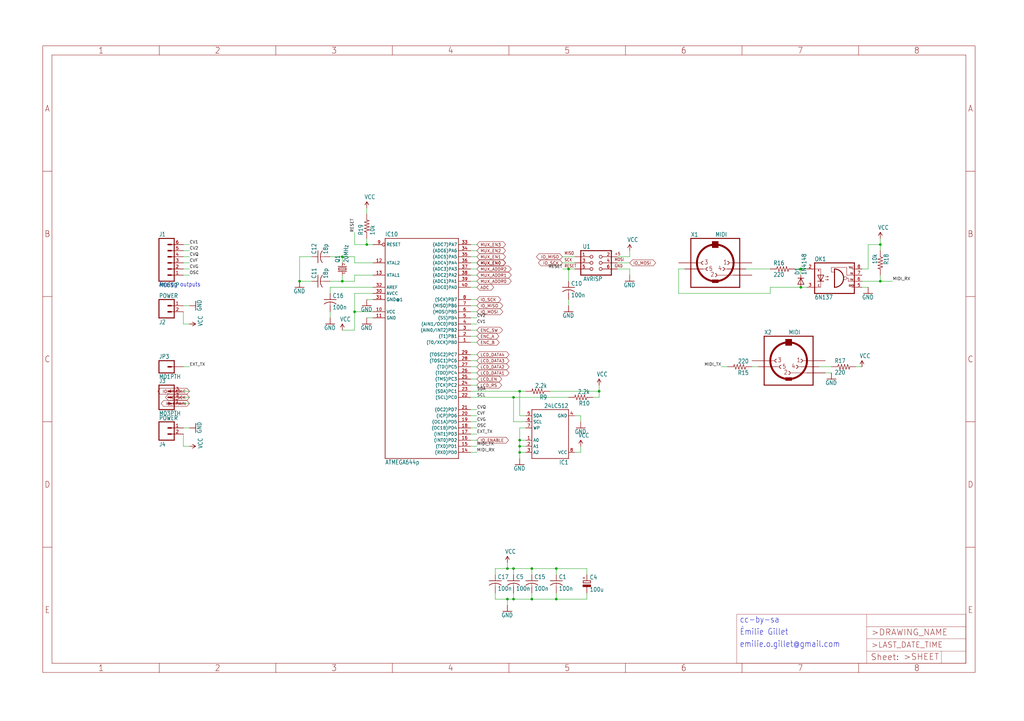
<source format=kicad_sch>
(kicad_sch (version 20211123) (generator eeschema)
  (paper "User" 425.45 299.593)
  (lib_symbols
    (symbol "Shruthi-Digital-XT-v03-eagle-import:6N137"
      (property "Reference" "OK" (at -9.525 8.255 0))
      (property "Value" "6N137" (at -9.525 -7.62 0))
      (symbol "6N137_1_0"
        (text "A" (at -8.255 4.064 0) (effects (font (size 0.8128 0.6908)) (justify left bottom)))
        (text "C" (at -8.255 -2.286 0) (effects (font (size 0.8128 0.6908)) (justify left bottom)))
        (text "GND" (at 4.572 -2.286 0) (effects (font (size 0.8128 0.6908)) (justify left bottom)))
        (text "Vcc" (at 4.572 5.334 0) (effects (font (size 0.8128 0.6908)) (justify left bottom)))
        (text "Ve" (at 5.207 2.794 0) (effects (font (size 0.8128 0.6908)) (justify left bottom)))
        (text "Vo" (at 5.207 0.254 0) (effects (font (size 0.8128 0.6908)) (justify left bottom)))
        (pin passive line (at -12.7 5.08 0) (length 2.54) (name "A") (number "2"))
        (pin passive line (at -12.7 -2.54 0) (length 2.54) (name "C") (number "3"))
        (pin passive line (at 10.16 -2.54 180) (length 2.54) (name "GND") (number "5"))
        (pin passive line (at 10.16 0 180) (length 2.54) (name "VO") (number "6"))
        (pin passive line (at 10.16 2.54 180) (length 2.54) (name "VE") (number "7"))
        (pin passive line (at 10.16 5.08 180) (length 2.54) (name "VCC") (number "8"))
      )
    )
    (symbol "Shruthi-Digital-XT-v03-eagle-import:A3L-LOC"
      (symbol "A3L-LOC_0_0"
        (text "1" (at 24.2094 1.905 0) (effects (font (size 2.54 2.286))))
        (text "1" (at 24.2094 258.445 0) (effects (font (size 2.54 2.286))))
        (text "2" (at 72.6281 1.905 0) (effects (font (size 2.54 2.286))))
        (text "2" (at 72.6281 258.445 0) (effects (font (size 2.54 2.286))))
        (text "3" (at 121.0469 1.905 0) (effects (font (size 2.54 2.286))))
        (text "3" (at 121.0469 258.445 0) (effects (font (size 2.54 2.286))))
        (text "4" (at 169.4656 1.905 0) (effects (font (size 2.54 2.286))))
        (text "4" (at 169.4656 258.445 0) (effects (font (size 2.54 2.286))))
        (text "5" (at 217.8844 1.905 0) (effects (font (size 2.54 2.286))))
        (text "5" (at 217.8844 258.445 0) (effects (font (size 2.54 2.286))))
        (text "6" (at 266.3031 1.905 0) (effects (font (size 2.54 2.286))))
        (text "6" (at 266.3031 258.445 0) (effects (font (size 2.54 2.286))))
        (text "7" (at 314.7219 1.905 0) (effects (font (size 2.54 2.286))))
        (text "7" (at 314.7219 258.445 0) (effects (font (size 2.54 2.286))))
        (text "8" (at 363.1406 1.905 0) (effects (font (size 2.54 2.286))))
        (text "8" (at 363.1406 258.445 0) (effects (font (size 2.54 2.286))))
        (text "A" (at 1.905 234.315 0) (effects (font (size 2.54 2.286))))
        (text "A" (at 385.445 234.315 0) (effects (font (size 2.54 2.286))))
        (text "B" (at 1.905 182.245 0) (effects (font (size 2.54 2.286))))
        (text "B" (at 385.445 182.245 0) (effects (font (size 2.54 2.286))))
        (text "C" (at 1.905 130.175 0) (effects (font (size 2.54 2.286))))
        (text "C" (at 385.445 130.175 0) (effects (font (size 2.54 2.286))))
        (text "D" (at 1.905 78.105 0) (effects (font (size 2.54 2.286))))
        (text "D" (at 385.445 78.105 0) (effects (font (size 2.54 2.286))))
        (text "E" (at 1.905 26.035 0) (effects (font (size 2.54 2.286))))
        (text "E" (at 385.445 26.035 0) (effects (font (size 2.54 2.286))))
      )
      (symbol "A3L-LOC_1_0"
        (text ">DRAWING_NAME" (at 344.17 15.24 0) (effects (font (size 2.54 2.54)) (justify left bottom)))
        (text ">LAST_DATE_TIME" (at 344.17 10.16 0) (effects (font (size 2.286 2.286)) (justify left bottom)))
        (text ">SHEET" (at 357.505 5.08 0) (effects (font (size 2.54 2.54)) (justify left bottom)))
        (text "Sheet:" (at 343.916 4.953 0) (effects (font (size 2.54 2.54)) (justify left bottom)))
      )
    )
    (symbol "Shruthi-Digital-XT-v03-eagle-import:AT24CP"
      (property "Reference" "IC" (at -7.62 10.795 0))
      (property "Value" "AT24CP" (at -7.62 -12.7 0))
      (symbol "AT24CP_1_0"
        (pin input line (at 10.16 2.54 180) (length 2.54) (name "A0") (number "1"))
        (pin input line (at 10.16 5.08 180) (length 2.54) (name "A1") (number "2"))
        (pin input line (at 10.16 7.62 180) (length 2.54) (name "A2") (number "3"))
        (pin power_in line (at -10.16 -7.62 0) (length 2.54) (name "GND") (number "4"))
        (pin bidirectional line (at 10.16 -7.62 180) (length 2.54) (name "SDA") (number "5"))
        (pin bidirectional line (at 10.16 -5.08 180) (length 2.54) (name "SCL") (number "6"))
        (pin input line (at 10.16 -2.54 180) (length 2.54) (name "WP") (number "7"))
        (pin power_in line (at -10.16 7.62 0) (length 2.54) (name "VCC") (number "8"))
      )
    )
    (symbol "Shruthi-Digital-XT-v03-eagle-import:AVR_SPI_PRG_6PTH"
      (property "Value" "AVR_SPI_PRG_6PTH" (at -4.064 -7.62 0))
      (symbol "AVR_SPI_PRG_6PTH_1_0"
        (text "+5" (at 8.89 3.048 0) (effects (font (size 1.27 1.0795)) (justify left bottom)))
        (text "GND" (at 8.89 -2.032 0) (effects (font (size 1.27 1.0795)) (justify left bottom)))
        (text "MISO" (at -11.938 3.302 0) (effects (font (size 1.27 1.0795)) (justify left bottom)))
        (text "MOSI" (at 8.89 0.635 0) (effects (font (size 1.27 1.0795)) (justify left bottom)))
        (text "RESET" (at -11.938 -2.032 0) (effects (font (size 1.27 1.0795)) (justify left bottom)))
        (text "SCK" (at -11.938 0.508 0) (effects (font (size 1.27 1.0795)) (justify left bottom)))
        (pin passive inverted (at -7.62 2.54 0) (length 7.62) (name "1") (number "1"))
        (pin passive inverted (at 10.16 2.54 180) (length 7.62) (name "2") (number "2"))
        (pin passive inverted (at -7.62 0 0) (length 7.62) (name "3") (number "3"))
        (pin passive inverted (at 10.16 0 180) (length 7.62) (name "4") (number "4"))
        (pin passive inverted (at -7.62 -2.54 0) (length 7.62) (name "5") (number "5"))
        (pin passive inverted (at 10.16 -2.54 180) (length 7.62) (name "6") (number "6"))
      )
    )
    (symbol "Shruthi-Digital-XT-v03-eagle-import:C-US025-024X044"
      (property "Reference" "C" (at 1.016 0.635 0))
      (property "Value" "C-US025-024X044" (at 1.016 -4.191 0))
      (symbol "C-US025-024X044_1_0"
        (pin passive line (at 0 2.54 270) (length 2.54) (name "1") (number "1"))
        (pin passive line (at 0 -5.08 90) (length 2.54) (name "2") (number "2"))
      )
    )
    (symbol "Shruthi-Digital-XT-v03-eagle-import:CPOL-EUE2.5-7"
      (property "Reference" "C" (at 1.143 0.4826 0))
      (property "Value" "CPOL-EUE2.5-7" (at 1.143 -4.5974 0))
      (symbol "CPOL-EUE2.5-7_1_0"
        (text "+" (at -0.5842 0.4064 900) (effects (font (size 1.27 1.0795)) (justify left bottom)))
        (pin passive line (at 0 2.54 270) (length 2.54) (name "+") (number "+"))
        (pin passive line (at 0 -5.08 90) (length 2.54) (name "-") (number "-"))
      )
    )
    (symbol "Shruthi-Digital-XT-v03-eagle-import:CRYSTALHC49U-V"
      (property "Reference" "Q" (at 2.54 1.016 0))
      (property "Value" "CRYSTALHC49U-V" (at 2.54 -2.54 0))
      (symbol "CRYSTALHC49U-V_1_0"
        (text "1" (at -2.159 -1.143 0) (effects (font (size 0.8636 0.734)) (justify left bottom)))
        (text "2" (at 1.524 -1.143 0) (effects (font (size 0.8636 0.734)) (justify left bottom)))
        (pin passive line (at -2.54 0 0) (length 0) (name "1") (number "1"))
        (pin passive line (at 2.54 0 180) (length 0) (name "2") (number "2"))
      )
    )
    (symbol "Shruthi-Digital-XT-v03-eagle-import:DIODE-D-5"
      (property "Reference" "D" (at 2.54 0.4826 0))
      (property "Value" "DIODE-D-5" (at 2.54 -2.3114 0))
      (symbol "DIODE-D-5_1_0"
        (pin passive line (at -2.54 0 0) (length 2.54) (name "A") (number "A"))
        (pin passive line (at 2.54 0 180) (length 2.54) (name "C") (number "C"))
      )
    )
    (symbol "Shruthi-Digital-XT-v03-eagle-import:GND" (power)
      (property "Value" "GND" (at -2.54 -2.54 0))
      (symbol "GND_1_0"
        (pin power_in line (at 0 2.54 270) (length 2.54) (name "GND") (number "1"))
      )
    )
    (symbol "Shruthi-Digital-XT-v03-eagle-import:M01PTH"
      (property "Reference" "JP" (at -2.54 3.302 0))
      (property "Value" "M01PTH" (at -2.54 -5.08 0))
      (symbol "M01PTH_1_0"
        (pin passive line (at 7.62 0 180) (length 5.08) (name "1") (number "1"))
      )
    )
    (symbol "Shruthi-Digital-XT-v03-eagle-import:M02PTH"
      (property "Reference" "JP" (at -2.54 5.842 0))
      (property "Value" "M02PTH" (at -2.54 -5.08 0))
      (symbol "M02PTH_1_0"
        (pin passive line (at 7.62 0 180) (length 5.08) (name "1") (number "1"))
        (pin passive line (at 7.62 2.54 180) (length 5.08) (name "2") (number "2"))
      )
    )
    (symbol "Shruthi-Digital-XT-v03-eagle-import:M03PTH"
      (property "Reference" "JP" (at -2.54 5.842 0))
      (property "Value" "M03PTH" (at -2.54 -7.62 0))
      (symbol "M03PTH_1_0"
        (pin passive line (at 7.62 -2.54 180) (length 5.08) (name "1") (number "1"))
        (pin passive line (at 7.62 0 180) (length 5.08) (name "2") (number "2"))
        (pin passive line (at 7.62 2.54 180) (length 5.08) (name "3") (number "3"))
      )
    )
    (symbol "Shruthi-Digital-XT-v03-eagle-import:M06SIP"
      (property "Reference" "JP" (at -5.08 10.922 0))
      (property "Value" "M06SIP" (at -5.08 -10.16 0))
      (symbol "M06SIP_1_0"
        (pin passive line (at 5.08 -5.08 180) (length 5.08) (name "1") (number "1"))
        (pin passive line (at 5.08 -2.54 180) (length 5.08) (name "2") (number "2"))
        (pin passive line (at 5.08 0 180) (length 5.08) (name "3") (number "3"))
        (pin passive line (at 5.08 2.54 180) (length 5.08) (name "4") (number "4"))
        (pin passive line (at 5.08 5.08 180) (length 5.08) (name "5") (number "5"))
        (pin passive line (at 5.08 7.62 180) (length 5.08) (name "6") (number "6"))
      )
    )
    (symbol "Shruthi-Digital-XT-v03-eagle-import:MAB5SH"
      (property "Reference" "X" (at -10.16 10.795 0))
      (property "Value" "MAB5SH" (at 0 10.795 0))
      (symbol "MAB5SH_1_0"
        (text "1" (at 3.302 -0.762 0) (effects (font (size 1.778 1.5113)) (justify left bottom)))
        (text "2" (at -2.032 -5.842 0) (effects (font (size 1.778 1.5113)) (justify left bottom)))
        (text "3" (at -4.572 -0.762 0) (effects (font (size 1.778 1.5113)) (justify left bottom)))
        (text "4" (at 1.143 -3.302 0) (effects (font (size 1.778 1.5113)) (justify left bottom)))
        (text "5" (at -2.667 -3.429 0) (effects (font (size 1.778 1.5113)) (justify left bottom)))
        (pin passive line (at 15.24 0 180) (length 7.62) (name "1") (number "1"))
        (pin passive line (at 15.24 -5.08 180) (length 7.62) (name "2") (number "2"))
        (pin passive line (at -15.24 0 0) (length 7.62) (name "3") (number "3"))
        (pin passive line (at 12.7 -2.54 180) (length 7.62) (name "4") (number "4"))
        (pin passive line (at -12.7 -2.54 0) (length 7.62) (name "5") (number "5"))
      )
    )
    (symbol "Shruthi-Digital-XT-v03-eagle-import:MEGA16-P"
      (property "Reference" "IC" (at -15.24 43.942 0))
      (property "Value" "MEGA16-P" (at -15.24 -50.8 0))
      (symbol "MEGA16-P_1_0"
        (pin bidirectional line (at 20.32 0 180) (length 5.08) (name "(T0/XCK)PB0") (number "1"))
        (pin power_in line (at -20.32 12.7 0) (length 5.08) (name "VCC") (number "10"))
        (pin power_in line (at -20.32 10.16 0) (length 5.08) (name "GND") (number "11"))
        (pin bidirectional line (at -20.32 33.02 0) (length 5.08) (name "XTAL2") (number "12"))
        (pin bidirectional line (at -20.32 27.94 0) (length 5.08) (name "XTAL1") (number "13"))
        (pin bidirectional line (at 20.32 -45.72 180) (length 5.08) (name "(RXD)PD0") (number "14"))
        (pin bidirectional line (at 20.32 -43.18 180) (length 5.08) (name "(TXD)PD1") (number "15"))
        (pin bidirectional line (at 20.32 -40.64 180) (length 5.08) (name "(INT0)PD2") (number "16"))
        (pin bidirectional line (at 20.32 -38.1 180) (length 5.08) (name "(INT1)PD3") (number "17"))
        (pin bidirectional line (at 20.32 -35.56 180) (length 5.08) (name "(OC1B)PD4") (number "18"))
        (pin bidirectional line (at 20.32 -33.02 180) (length 5.08) (name "(OC1A)PD5") (number "19"))
        (pin bidirectional line (at 20.32 2.54 180) (length 5.08) (name "(T1)PB1") (number "2"))
        (pin bidirectional line (at 20.32 -30.48 180) (length 5.08) (name "(ICP)PD6") (number "20"))
        (pin bidirectional line (at 20.32 -27.94 180) (length 5.08) (name "(OC2)PD7") (number "21"))
        (pin bidirectional line (at 20.32 -22.86 180) (length 5.08) (name "(SCL)PC0") (number "22"))
        (pin bidirectional line (at 20.32 -20.32 180) (length 5.08) (name "(SDA)PC1") (number "23"))
        (pin bidirectional line (at 20.32 -17.78 180) (length 5.08) (name "(TCK)PC2") (number "24"))
        (pin bidirectional line (at 20.32 -15.24 180) (length 5.08) (name "(TMS)PC3") (number "25"))
        (pin bidirectional line (at 20.32 -12.7 180) (length 5.08) (name "(TDO)PC4") (number "26"))
        (pin bidirectional line (at 20.32 -10.16 180) (length 5.08) (name "(TDI)PC5") (number "27"))
        (pin bidirectional line (at 20.32 -7.62 180) (length 5.08) (name "(TOSC1)PC6") (number "28"))
        (pin bidirectional line (at 20.32 -5.08 180) (length 5.08) (name "(TOSC2)PC7") (number "29"))
        (pin bidirectional line (at 20.32 5.08 180) (length 5.08) (name "(AIN0/INT2)PB2") (number "3"))
        (pin power_in line (at -20.32 20.32 0) (length 5.08) (name "AVCC") (number "30"))
        (pin power_in line (at -20.32 17.78 0) (length 5.08) (name "GND@1") (number "31"))
        (pin passive line (at -20.32 22.86 0) (length 5.08) (name "AREF") (number "32"))
        (pin bidirectional line (at 20.32 40.64 180) (length 5.08) (name "(ADC7)PA7") (number "33"))
        (pin bidirectional line (at 20.32 38.1 180) (length 5.08) (name "(ADC6)PA6") (number "34"))
        (pin bidirectional line (at 20.32 35.56 180) (length 5.08) (name "(ADC5)PA5") (number "35"))
        (pin bidirectional line (at 20.32 33.02 180) (length 5.08) (name "(ADC4)PA4") (number "36"))
        (pin bidirectional line (at 20.32 30.48 180) (length 5.08) (name "(ADC3)PA3") (number "37"))
        (pin bidirectional line (at 20.32 27.94 180) (length 5.08) (name "(ADC2)PA2") (number "38"))
        (pin bidirectional line (at 20.32 25.4 180) (length 5.08) (name "(ADC1)PA1") (number "39"))
        (pin bidirectional line (at 20.32 7.62 180) (length 5.08) (name "(AIN1/OC0)PB3") (number "4"))
        (pin bidirectional line (at 20.32 22.86 180) (length 5.08) (name "(ADC0)PA0") (number "40"))
        (pin bidirectional line (at 20.32 10.16 180) (length 5.08) (name "(SS)PB4") (number "5"))
        (pin bidirectional line (at 20.32 12.7 180) (length 5.08) (name "(MOSI)PB5") (number "6"))
        (pin bidirectional line (at 20.32 15.24 180) (length 5.08) (name "(MISO)PB6") (number "7"))
        (pin bidirectional line (at 20.32 17.78 180) (length 5.08) (name "(SCK)PB7") (number "8"))
        (pin input inverted (at -20.32 40.64 0) (length 5.08) (name "RESET") (number "9"))
      )
    )
    (symbol "Shruthi-Digital-XT-v03-eagle-import:R-US_0204{slash}7"
      (property "Reference" "R" (at -3.81 1.4986 0))
      (property "Value" "R-US_0204{slash}7" (at -3.81 -3.302 0))
      (symbol "R-US_0204{slash}7_1_0"
        (pin passive line (at -5.08 0 0) (length 2.54) (name "1") (number "1"))
        (pin passive line (at 5.08 0 180) (length 2.54) (name "2") (number "2"))
      )
    )
    (symbol "Shruthi-Digital-XT-v03-eagle-import:VCC" (power)
      (property "Value" "VCC" (at -1.016 3.556 0))
      (symbol "VCC_1_0"
        (pin power_in line (at 0 0 90) (length 2.54) (name "VCC") (number "1"))
      )
    )
  )
  (junction (at 213.36 248.92))
  (junction (at 332.74 111.76))
  (junction (at 215.9 162.56))
  (junction (at 236.22 111.76))
  (junction (at 147.32 129.54))
  (junction (at 152.4 101.6))
  (junction (at 213.36 165.1))
  (junction (at 215.9 185.42))
  (junction (at 248.92 162.56))
  (junction (at 215.9 187.96))
  (junction (at 142.24 116.84))
  (junction (at 210.82 236.22))
  (junction (at 231.14 236.22))
  (junction (at 231.14 248.92))
  (junction (at 365.76 116.84))
  (junction (at 142.24 106.68))
  (junction (at 215.9 182.88))
  (junction (at 220.98 248.92))
  (junction (at 332.74 119.38))
  (junction (at 210.82 248.92))
  (junction (at 365.76 101.6))
  (junction (at 213.36 236.22))
  (junction (at 124.46 116.84))
  (junction (at 220.98 236.22))
  (wire (pts (xy 261.62 106.68) (xy 261.62 104.14)))
  (wire (pts (xy 76.2 111.76) (xy 78.74 111.76)))
  (wire (pts (xy 332.74 114.3) (xy 332.74 111.76)))
  (wire (pts (xy 358.14 116.84) (xy 365.76 116.84)))
  (wire (pts (xy 198.12 149.86) (xy 195.58 149.86)))
  (wire (pts (xy 205.74 248.92) (xy 210.82 248.92)))
  (wire (pts (xy 76.2 165.1) (xy 78.74 165.1)))
  (wire (pts (xy 152.4 132.08) (xy 154.94 132.08)))
  (wire (pts (xy 195.58 104.14) (xy 198.12 104.14)))
  (wire (pts (xy 198.12 160.02) (xy 195.58 160.02)))
  (wire (pts (xy 76.2 104.14) (xy 78.74 104.14)))
  (wire (pts (xy 314.96 152.4) (xy 312.42 152.4)))
  (wire (pts (xy 129.54 116.84) (xy 124.46 116.84)))
  (wire (pts (xy 358.14 119.38) (xy 360.68 119.38)))
  (wire (pts (xy 137.16 119.38) (xy 154.94 119.38)))
  (wire (pts (xy 195.58 106.68) (xy 198.12 106.68)))
  (wire (pts (xy 76.2 127) (xy 78.74 127)))
  (wire (pts (xy 195.58 139.7) (xy 198.12 139.7)))
  (wire (pts (xy 195.58 119.38) (xy 198.12 119.38)))
  (wire (pts (xy 248.92 165.1) (xy 248.92 162.56)))
  (wire (pts (xy 195.58 187.96) (xy 198.12 187.96)))
  (wire (pts (xy 147.32 116.84) (xy 147.32 114.3)))
  (wire (pts (xy 195.58 116.84) (xy 198.12 116.84)))
  (wire (pts (xy 195.58 124.46) (xy 198.12 124.46)))
  (wire (pts (xy 205.74 236.22) (xy 210.82 236.22)))
  (wire (pts (xy 243.84 248.92) (xy 243.84 246.38)))
  (wire (pts (xy 256.54 109.22) (xy 261.62 109.22)))
  (wire (pts (xy 210.82 248.92) (xy 210.82 251.46)))
  (wire (pts (xy 195.58 185.42) (xy 198.12 185.42)))
  (wire (pts (xy 195.58 114.3) (xy 198.12 114.3)))
  (wire (pts (xy 124.46 116.84) (xy 124.46 106.68)))
  (wire (pts (xy 76.2 185.42) (xy 78.74 185.42)))
  (wire (pts (xy 147.32 121.92) (xy 147.32 129.54)))
  (wire (pts (xy 195.58 129.54) (xy 198.12 129.54)))
  (wire (pts (xy 302.26 152.4) (xy 299.72 152.4)))
  (wire (pts (xy 241.3 187.96) (xy 241.3 185.42)))
  (wire (pts (xy 215.9 162.56) (xy 218.44 162.56)))
  (wire (pts (xy 195.58 157.48) (xy 198.12 157.48)))
  (wire (pts (xy 236.22 111.76) (xy 236.22 116.84)))
  (wire (pts (xy 215.9 182.88) (xy 215.9 185.42)))
  (wire (pts (xy 332.74 111.76) (xy 335.28 111.76)))
  (wire (pts (xy 195.58 137.16) (xy 198.12 137.16)))
  (wire (pts (xy 256.54 111.76) (xy 261.62 111.76)))
  (wire (pts (xy 76.2 180.34) (xy 76.2 185.42)))
  (wire (pts (xy 236.22 111.76) (xy 233.68 111.76)))
  (wire (pts (xy 147.32 109.22) (xy 147.32 106.68)))
  (wire (pts (xy 142.24 106.68) (xy 142.24 109.22)))
  (wire (pts (xy 137.16 129.54) (xy 137.16 132.08)))
  (wire (pts (xy 248.92 162.56) (xy 248.92 160.02)))
  (wire (pts (xy 355.6 152.4) (xy 358.14 152.4)))
  (wire (pts (xy 195.58 134.62) (xy 198.12 134.62)))
  (wire (pts (xy 198.12 152.4) (xy 195.58 152.4)))
  (wire (pts (xy 154.94 129.54) (xy 147.32 129.54)))
  (wire (pts (xy 195.58 111.76) (xy 198.12 111.76)))
  (wire (pts (xy 147.32 137.16) (xy 142.24 137.16)))
  (wire (pts (xy 365.76 116.84) (xy 370.84 116.84)))
  (wire (pts (xy 198.12 127) (xy 195.58 127)))
  (wire (pts (xy 195.58 170.18) (xy 198.12 170.18)))
  (wire (pts (xy 129.54 106.68) (xy 124.46 106.68)))
  (wire (pts (xy 205.74 246.38) (xy 205.74 248.92)))
  (wire (pts (xy 195.58 182.88) (xy 198.12 182.88)))
  (wire (pts (xy 205.74 238.76) (xy 205.74 236.22)))
  (wire (pts (xy 228.6 162.56) (xy 248.92 162.56)))
  (wire (pts (xy 195.58 177.8) (xy 198.12 177.8)))
  (wire (pts (xy 220.98 248.92) (xy 231.14 248.92)))
  (wire (pts (xy 340.36 152.4) (xy 345.44 152.4)))
  (wire (pts (xy 152.4 101.6) (xy 152.4 99.06)))
  (wire (pts (xy 137.16 106.68) (xy 142.24 106.68)))
  (wire (pts (xy 210.82 236.22) (xy 210.82 233.68)))
  (wire (pts (xy 238.76 109.22) (xy 233.68 109.22)))
  (wire (pts (xy 213.36 236.22) (xy 213.36 238.76)))
  (wire (pts (xy 152.4 86.36) (xy 152.4 88.9)))
  (wire (pts (xy 195.58 101.6) (xy 198.12 101.6)))
  (wire (pts (xy 76.2 177.8) (xy 78.74 177.8)))
  (wire (pts (xy 76.2 109.22) (xy 78.74 109.22)))
  (wire (pts (xy 147.32 114.3) (xy 154.94 114.3)))
  (wire (pts (xy 154.94 101.6) (xy 152.4 101.6)))
  (wire (pts (xy 154.94 109.22) (xy 147.32 109.22)))
  (wire (pts (xy 365.76 99.06) (xy 365.76 101.6)))
  (wire (pts (xy 243.84 236.22) (xy 243.84 238.76)))
  (wire (pts (xy 365.76 114.3) (xy 365.76 116.84)))
  (wire (pts (xy 281.94 121.92) (xy 320.04 121.92)))
  (wire (pts (xy 154.94 124.46) (xy 152.4 124.46)))
  (wire (pts (xy 210.82 236.22) (xy 213.36 236.22)))
  (wire (pts (xy 147.32 129.54) (xy 147.32 137.16)))
  (wire (pts (xy 220.98 248.92) (xy 220.98 246.38)))
  (wire (pts (xy 231.14 248.92) (xy 243.84 248.92)))
  (wire (pts (xy 195.58 172.72) (xy 198.12 172.72)))
  (wire (pts (xy 198.12 180.34) (xy 195.58 180.34)))
  (wire (pts (xy 215.9 185.42) (xy 215.9 187.96)))
  (wire (pts (xy 76.2 134.62) (xy 76.2 129.54)))
  (wire (pts (xy 238.76 106.68) (xy 233.68 106.68)))
  (wire (pts (xy 76.2 152.4) (xy 78.74 152.4)))
  (wire (pts (xy 246.38 165.1) (xy 248.92 165.1)))
  (wire (pts (xy 137.16 116.84) (xy 142.24 116.84)))
  (wire (pts (xy 78.74 134.62) (xy 76.2 134.62)))
  (wire (pts (xy 195.58 162.56) (xy 215.9 162.56)))
  (wire (pts (xy 218.44 175.26) (xy 213.36 175.26)))
  (wire (pts (xy 309.88 111.76) (xy 320.04 111.76)))
  (wire (pts (xy 76.2 114.3) (xy 78.74 114.3)))
  (wire (pts (xy 210.82 248.92) (xy 213.36 248.92)))
  (wire (pts (xy 218.44 172.72) (xy 215.9 172.72)))
  (wire (pts (xy 76.2 101.6) (xy 78.74 101.6)))
  (wire (pts (xy 142.24 116.84) (xy 142.24 114.3)))
  (wire (pts (xy 218.44 187.96) (xy 215.9 187.96)))
  (wire (pts (xy 218.44 177.8) (xy 215.9 177.8)))
  (wire (pts (xy 213.36 175.26) (xy 213.36 165.1)))
  (wire (pts (xy 198.12 154.94) (xy 195.58 154.94)))
  (wire (pts (xy 137.16 121.92) (xy 137.16 119.38)))
  (wire (pts (xy 261.62 111.76) (xy 261.62 114.3)))
  (wire (pts (xy 195.58 109.22) (xy 198.12 109.22)))
  (wire (pts (xy 154.94 121.92) (xy 147.32 121.92)))
  (wire (pts (xy 147.32 101.6) (xy 147.32 96.52)))
  (wire (pts (xy 320.04 121.92) (xy 320.04 119.38)))
  (wire (pts (xy 195.58 142.24) (xy 198.12 142.24)))
  (wire (pts (xy 218.44 185.42) (xy 215.9 185.42)))
  (wire (pts (xy 215.9 177.8) (xy 215.9 182.88)))
  (wire (pts (xy 332.74 119.38) (xy 335.28 119.38)))
  (wire (pts (xy 358.14 111.76) (xy 360.68 111.76)))
  (wire (pts (xy 213.36 248.92) (xy 213.36 246.38)))
  (wire (pts (xy 231.14 248.92) (xy 231.14 246.38)))
  (wire (pts (xy 195.58 165.1) (xy 213.36 165.1)))
  (wire (pts (xy 236.22 124.46) (xy 236.22 127)))
  (wire (pts (xy 142.24 106.68) (xy 147.32 106.68)))
  (wire (pts (xy 213.36 236.22) (xy 220.98 236.22)))
  (wire (pts (xy 76.2 106.68) (xy 78.74 106.68)))
  (wire (pts (xy 218.44 182.88) (xy 215.9 182.88)))
  (wire (pts (xy 360.68 101.6) (xy 365.76 101.6)))
  (wire (pts (xy 241.3 172.72) (xy 241.3 175.26)))
  (wire (pts (xy 195.58 132.08) (xy 198.12 132.08)))
  (wire (pts (xy 231.14 236.22) (xy 243.84 236.22)))
  (wire (pts (xy 76.2 162.56) (xy 78.74 162.56)))
  (wire (pts (xy 213.36 165.1) (xy 236.22 165.1)))
  (wire (pts (xy 238.76 187.96) (xy 241.3 187.96)))
  (wire (pts (xy 195.58 175.26) (xy 198.12 175.26)))
  (wire (pts (xy 220.98 236.22) (xy 220.98 238.76)))
  (wire (pts (xy 238.76 172.72) (xy 241.3 172.72)))
  (wire (pts (xy 360.68 111.76) (xy 360.68 101.6)))
  (wire (pts (xy 215.9 187.96) (xy 215.9 190.5)))
  (wire (pts (xy 281.94 121.92) (xy 281.94 111.76)))
  (wire (pts (xy 281.94 111.76) (xy 284.48 111.76)))
  (wire (pts (xy 365.76 101.6) (xy 365.76 104.14)))
  (wire (pts (xy 198.12 147.32) (xy 195.58 147.32)))
  (wire (pts (xy 330.2 111.76) (xy 332.74 111.76)))
  (wire (pts (xy 231.14 236.22) (xy 231.14 238.76)))
  (wire (pts (xy 213.36 248.92) (xy 220.98 248.92)))
  (wire (pts (xy 220.98 236.22) (xy 231.14 236.22)))
  (wire (pts (xy 238.76 111.76) (xy 236.22 111.76)))
  (wire (pts (xy 215.9 172.72) (xy 215.9 162.56)))
  (wire (pts (xy 342.9 154.94) (xy 345.44 154.94)))
  (wire (pts (xy 142.24 116.84) (xy 147.32 116.84)))
  (wire (pts (xy 147.32 101.6) (xy 152.4 101.6)))
  (wire (pts (xy 256.54 106.68) (xy 261.62 106.68)))
  (wire (pts (xy 320.04 119.38) (xy 332.74 119.38)))
  (wire (pts (xy 78.74 167.64) (xy 76.2 167.64)))
  (text "cc-by-sa" (at 307.34 259.08 180) (effects (font (size 2.54 2.159)) (justify left bottom)))
  (text "Analog outputs" (at 66.04 119.38 180) (effects (font (size 1.778 1.5113)) (justify left bottom)))
  (text "emilie.o.gillet@gmail.com" (at 307.34 269.24 180) (effects (font (size 2.54 2.159)) (justify left bottom)))
  (text "Émilie Gillet" (at 307.34 264.16 180) (effects (font (size 2.54 2.159)) (justify left bottom)))
  (label "RESET" (at 233.68 111.76 180) (effects (font (size 1.2446 1.2446))))
  (label "OSC" (at 78.74 114.3 0) (effects (font (size 1.2446 1.2446))))
  (label "CVF" (at 198.12 172.72 0) (effects (font (size 1.2446 1.2446))))
  (label "CV1" (at 78.74 101.6 0) (effects (font (size 1.2446 1.2446))))
  (label "SDA" (at 198.12 162.56 0) (effects (font (size 1.2446 1.2446))))
  (label "CV2" (at 198.12 132.08 0) (effects (font (size 1.2446 1.2446))))
  (label "CV2" (at 78.74 104.14 0) (effects (font (size 1.2446 1.2446))))
  (label "MIDI_TX" (at 299.72 152.4 180) (effects (font (size 1.2446 1.2446))))
  (label "EXT_TX" (at 78.74 152.4 0) (effects (font (size 1.2446 1.2446))))
  (label "SCL" (at 198.12 165.1 0) (effects (font (size 1.2446 1.2446))))
  (label "MIDI_RX" (at 198.12 187.96 0) (effects (font (size 1.2446 1.2446))))
  (label "MIDI_RX" (at 370.84 116.84 0) (effects (font (size 1.2446 1.2446))))
  (label "RESET" (at 147.32 96.52 90) (effects (font (size 1.2446 1.2446))))
  (label "CVG" (at 198.12 175.26 0) (effects (font (size 1.2446 1.2446))))
  (label "EXT_TX" (at 198.12 180.34 0) (effects (font (size 1.2446 1.2446))))
  (label "MIDI_TX" (at 198.12 185.42 0) (effects (font (size 1.2446 1.2446))))
  (label "OSC" (at 198.12 177.8 0) (effects (font (size 1.2446 1.2446))))
  (label "CVF" (at 78.74 109.22 0) (effects (font (size 1.2446 1.2446))))
  (label "CV1" (at 198.12 134.62 0) (effects (font (size 1.2446 1.2446))))
  (label "CVQ" (at 198.12 170.18 0) (effects (font (size 1.2446 1.2446))))
  (label "CVG" (at 78.74 111.76 0) (effects (font (size 1.2446 1.2446))))
  (label "CVQ" (at 78.74 106.68 0) (effects (font (size 1.2446 1.2446))))
  (global_label "IO_ENABLE" (shape bidirectional) (at 198.12 182.88 0) (effects (font (size 1.2446 1.2446))) (property "Intersheet References" "${INTERSHEET_REFS}" (effects hide)))
  (global_label "IO_ENABLE" (shape bidirectional) (at 78.74 162.56 180) (effects (font (size 1.2446 1.2446))) (property "Intersheet References" "${INTERSHEET_REFS}" (effects hide)))
  (global_label "ENC_A" (shape bidirectional) (at 198.12 139.7 0) (effects (font (size 1.2446 1.2446))) (property "Intersheet References" "${INTERSHEET_REFS}" (effects hide)))
  (global_label "IO_MOSI" (shape bidirectional) (at 198.12 129.54 0) (effects (font (size 1.2446 1.2446))) (property "Intersheet References" "${INTERSHEET_REFS}" (effects hide)))
  (global_label "LCD_RS" (shape bidirectional) (at 198.12 160.02 0) (effects (font (size 1.2446 1.2446))) (property "Intersheet References" "${INTERSHEET_REFS}" (effects hide)))
  (global_label "IO_SCK" (shape bidirectional) (at 233.68 109.22 180) (effects (font (size 1.2446 1.2446))) (property "Intersheet References" "${INTERSHEET_REFS}" (effects hide)))
  (global_label "LCD_DATA2" (shape bidirectional) (at 198.12 152.4 0) (effects (font (size 1.2446 1.2446))) (property "Intersheet References" "${INTERSHEET_REFS}" (effects hide)))
  (global_label "MUX_EN1" (shape bidirectional) (at 198.12 106.68 0) (effects (font (size 1.2446 1.2446))) (property "Intersheet References" "${INTERSHEET_REFS}" (effects hide)))
  (global_label "ENC_SW" (shape bidirectional) (at 198.12 137.16 0) (effects (font (size 1.2446 1.2446))) (property "Intersheet References" "${INTERSHEET_REFS}" (effects hide)))
  (global_label "MUX_EN2" (shape bidirectional) (at 198.12 104.14 0) (effects (font (size 1.2446 1.2446))) (property "Intersheet References" "${INTERSHEET_REFS}" (effects hide)))
  (global_label "IO_MISO" (shape bidirectional) (at 233.68 106.68 180) (effects (font (size 1.2446 1.2446))) (property "Intersheet References" "${INTERSHEET_REFS}" (effects hide)))
  (global_label "IO_SCK" (shape bidirectional) (at 198.12 124.46 0) (effects (font (size 1.2446 1.2446))) (property "Intersheet References" "${INTERSHEET_REFS}" (effects hide)))
  (global_label "IO_SCK" (shape bidirectional) (at 78.74 165.1 180) (effects (font (size 1.2446 1.2446))) (property "Intersheet References" "${INTERSHEET_REFS}" (effects hide)))
  (global_label "MUX_ADDR2" (shape bidirectional) (at 198.12 111.76 0) (effects (font (size 1.2446 1.2446))) (property "Intersheet References" "${INTERSHEET_REFS}" (effects hide)))
  (global_label "LCD_EN" (shape bidirectional) (at 198.12 157.48 0) (effects (font (size 1.2446 1.2446))) (property "Intersheet References" "${INTERSHEET_REFS}" (effects hide)))
  (global_label "MUX_EN0" (shape bidirectional) (at 198.12 109.22 0) (effects (font (size 1.2446 1.2446))) (property "Intersheet References" "${INTERSHEET_REFS}" (effects hide)))
  (global_label "IO_CHAIN" (shape bidirectional) (at 78.74 167.64 180) (effects (font (size 1.2446 1.2446))) (property "Intersheet References" "${INTERSHEET_REFS}" (effects hide)))
  (global_label "LCD_DATA4" (shape bidirectional) (at 198.12 147.32 0) (effects (font (size 1.2446 1.2446))) (property "Intersheet References" "${INTERSHEET_REFS}" (effects hide)))
  (global_label "MUX_ADDR1" (shape bidirectional) (at 198.12 114.3 0) (effects (font (size 1.2446 1.2446))) (property "Intersheet References" "${INTERSHEET_REFS}" (effects hide)))
  (global_label "MUX_EN0" (shape bidirectional) (at 198.12 109.22 0) (effects (font (size 1.2446 1.2446))) (property "Intersheet References" "${INTERSHEET_REFS}" (effects hide)))
  (global_label "IO_MISO" (shape bidirectional) (at 198.12 127 0) (effects (font (size 1.2446 1.2446))) (property "Intersheet References" "${INTERSHEET_REFS}" (effects hide)))
  (global_label "ENC_B" (shape bidirectional) (at 198.12 142.24 0) (effects (font (size 1.2446 1.2446))) (property "Intersheet References" "${INTERSHEET_REFS}" (effects hide)))
  (global_label "MUX_EN3" (shape bidirectional) (at 198.12 101.6 0) (effects (font (size 1.2446 1.2446))) (property "Intersheet References" "${INTERSHEET_REFS}" (effects hide)))
  (global_label "ADC" (shape bidirectional) (at 198.12 119.38 0) (effects (font (size 1.2446 1.2446))) (property "Intersheet References" "${INTERSHEET_REFS}" (effects hide)))
  (global_label "IO_MOSI" (shape bidirectional) (at 261.62 109.22 0) (effects (font (size 1.2446 1.2446))) (property "Intersheet References" "${INTERSHEET_REFS}" (effects hide)))
  (global_label "MUX_ADDR0" (shape bidirectional) (at 198.12 116.84 0) (effects (font (size 1.2446 1.2446))) (property "Intersheet References" "${INTERSHEET_REFS}" (effects hide)))
  (global_label "LCD_DATA3" (shape bidirectional) (at 198.12 149.86 0) (effects (font (size 1.2446 1.2446))) (property "Intersheet References" "${INTERSHEET_REFS}" (effects hide)))
  (global_label "LCD_DATA1" (shape bidirectional) (at 198.12 154.94 0) (effects (font (size 1.2446 1.2446))) (property "Intersheet References" "${INTERSHEET_REFS}" (effects hide)))
  (symbol (lib_id "Shruthi-Digital-XT-v03-eagle-import:C-US025-024X044") (at 213.36 241.3 0) (unit 1)
    (property "Reference" "C5" (at 214.376 240.665 0) (effects (font (size 1.778 1.5113)) (justify left bottom)))
    (property "Value" "100n" (at 214.376 245.491 0) (effects (font (size 1.778 1.5113)) (justify left bottom)))
    (property "Footprint" "C025-024X044" (effects hide))
  )
  (symbol (lib_id "Shruthi-Digital-XT-v03-eagle-import:GND") (at 236.22 129.54 0) (unit 1)
    (property "Reference" "#GND21" (effects hide))
    (property "Value" "GND" (at 233.68 132.08 0) (effects (font (size 1.778 1.5113)) (justify left bottom)))
  )
  (symbol (lib_id "Shruthi-Digital-XT-v03-eagle-import:A3L-LOC") (at 17.78 279.4 0) (unit 1)
    (property "Reference" "#FRAME1" (effects hide))
    (property "Value" "A3L-LOC" (effects hide))
  )
  (symbol (lib_id "Shruthi-Digital-XT-v03-eagle-import:MEGA16-P") (at 175.26 142.24 0) (unit 1)
    (property "Reference" "IC10" (at 160.02 98.298 0) (effects (font (size 1.778 1.5113)) (justify left bottom)))
    (property "Value" "ATMEGA644p" (at 160.02 193.04 0) (effects (font (size 1.778 1.5113)) (justify left bottom)))
    (property "Footprint" "DIL40" (effects hide))
  )
  (symbol (lib_id "Shruthi-Digital-XT-v03-eagle-import:M03PTH") (at 68.58 165.1 0) (unit 1)
    (property "Reference" "J3" (at 66.04 159.258 0) (effects (font (size 1.778 1.5113)) (justify left bottom)))
    (property "Value" "M03PTH" (at 66.04 172.72 0) (effects (font (size 1.778 1.5113)) (justify left bottom)))
    (property "Footprint" "1X03" (effects hide))
  )
  (symbol (lib_id "Shruthi-Digital-XT-v03-eagle-import:VCC") (at 210.82 233.68 0) (unit 1)
    (property "Reference" "#P+1" (effects hide))
    (property "Value" "VCC" (at 209.804 230.124 0) (effects (font (size 1.778 1.5113)) (justify left bottom)))
  )
  (symbol (lib_id "Shruthi-Digital-XT-v03-eagle-import:VCC") (at 365.76 99.06 0) (unit 1)
    (property "Reference" "#P+7" (effects hide))
    (property "Value" "VCC" (at 364.744 95.504 0) (effects (font (size 1.778 1.5113)) (justify left bottom)))
  )
  (symbol (lib_id "Shruthi-Digital-XT-v03-eagle-import:VCC") (at 78.74 134.62 270) (mirror x) (unit 1)
    (property "Reference" "#P+4" (effects hide))
    (property "Value" "VCC" (at 82.296 135.636 0) (effects (font (size 1.778 1.5113)) (justify left bottom)))
  )
  (symbol (lib_id "Shruthi-Digital-XT-v03-eagle-import:GND") (at 345.44 157.48 0) (unit 1)
    (property "Reference" "#GND11" (effects hide))
    (property "Value" "GND" (at 342.9 160.02 0) (effects (font (size 1.778 1.5113)) (justify left bottom)))
  )
  (symbol (lib_id "Shruthi-Digital-XT-v03-eagle-import:GND") (at 152.4 127 0) (unit 1)
    (property "Reference" "#GND20" (effects hide))
    (property "Value" "GND" (at 149.86 129.54 0) (effects (font (size 1.778 1.5113)) (justify left bottom)))
  )
  (symbol (lib_id "Shruthi-Digital-XT-v03-eagle-import:VCC") (at 241.3 185.42 0) (unit 1)
    (property "Reference" "#P+13" (effects hide))
    (property "Value" "VCC" (at 240.284 181.864 0) (effects (font (size 1.778 1.5113)) (justify left bottom)))
  )
  (symbol (lib_id "Shruthi-Digital-XT-v03-eagle-import:C-US025-024X044") (at 137.16 124.46 0) (unit 1)
    (property "Reference" "C16" (at 138.176 123.825 0) (effects (font (size 1.778 1.5113)) (justify left bottom)))
    (property "Value" "100n" (at 138.176 128.651 0) (effects (font (size 1.778 1.5113)) (justify left bottom)))
    (property "Footprint" "C025-024X044" (effects hide))
  )
  (symbol (lib_id "Shruthi-Digital-XT-v03-eagle-import:GND") (at 124.46 119.38 0) (unit 1)
    (property "Reference" "#GND14" (effects hide))
    (property "Value" "GND" (at 121.92 121.92 0) (effects (font (size 1.778 1.5113)) (justify left bottom)))
  )
  (symbol (lib_id "Shruthi-Digital-XT-v03-eagle-import:R-US_0204{slash}7") (at 152.4 93.98 90) (unit 1)
    (property "Reference" "R19" (at 150.9014 97.79 0) (effects (font (size 1.778 1.5113)) (justify left bottom)))
    (property "Value" "10k" (at 155.702 97.79 0) (effects (font (size 1.778 1.5113)) (justify left bottom)))
    (property "Footprint" "0204_7" (effects hide))
  )
  (symbol (lib_id "Shruthi-Digital-XT-v03-eagle-import:AT24CP") (at 228.6 180.34 180) (unit 1)
    (property "Reference" "IC1" (at 236.22 191.135 0) (effects (font (size 1.778 1.5113)) (justify left bottom)))
    (property "Value" "24LC512" (at 236.22 167.64 0) (effects (font (size 1.778 1.5113)) (justify left bottom)))
    (property "Footprint" "DIL08" (effects hide))
  )
  (symbol (lib_id "Shruthi-Digital-XT-v03-eagle-import:GND") (at 261.62 116.84 0) (unit 1)
    (property "Reference" "#GND3" (effects hide))
    (property "Value" "GND" (at 259.08 119.38 0) (effects (font (size 1.778 1.5113)) (justify left bottom)))
  )
  (symbol (lib_id "Shruthi-Digital-XT-v03-eagle-import:M02PTH") (at 68.58 177.8 0) (mirror x) (unit 1)
    (property "Reference" "J4" (at 66.04 183.642 0) (effects (font (size 1.778 1.5113)) (justify left bottom)))
    (property "Value" "POWER" (at 66.04 172.72 0) (effects (font (size 1.778 1.5113)) (justify left bottom)))
    (property "Footprint" "1X02" (effects hide))
  )
  (symbol (lib_id "Shruthi-Digital-XT-v03-eagle-import:M02PTH") (at 68.58 127 0) (mirror x) (unit 1)
    (property "Reference" "J2" (at 66.04 132.842 0) (effects (font (size 1.778 1.5113)) (justify left bottom)))
    (property "Value" "POWER" (at 66.04 121.92 0) (effects (font (size 1.778 1.5113)) (justify left bottom)))
    (property "Footprint" "1X02" (effects hide))
  )
  (symbol (lib_id "Shruthi-Digital-XT-v03-eagle-import:GND") (at 210.82 254 0) (unit 1)
    (property "Reference" "#GND1" (effects hide))
    (property "Value" "GND" (at 208.28 256.54 0) (effects (font (size 1.778 1.5113)) (justify left bottom)))
  )
  (symbol (lib_id "Shruthi-Digital-XT-v03-eagle-import:M06SIP") (at 71.12 109.22 0) (unit 1)
    (property "Reference" "J1" (at 66.04 98.298 0) (effects (font (size 1.778 1.5113)) (justify left bottom)))
    (property "Value" "M06SIP" (at 66.04 119.38 0) (effects (font (size 1.778 1.5113)) (justify left bottom)))
    (property "Footprint" "1X06" (effects hide))
  )
  (symbol (lib_id "Shruthi-Digital-XT-v03-eagle-import:CPOL-EUE2.5-7") (at 243.84 241.3 0) (unit 1)
    (property "Reference" "C4" (at 244.983 240.8174 0) (effects (font (size 1.778 1.5113)) (justify left bottom)))
    (property "Value" "100u" (at 244.983 245.8974 0) (effects (font (size 1.778 1.5113)) (justify left bottom)))
    (property "Footprint" "E2,5-7" (effects hide))
  )
  (symbol (lib_id "Shruthi-Digital-XT-v03-eagle-import:C-US025-024X044") (at 132.08 106.68 90) (unit 1)
    (property "Reference" "C12" (at 131.445 105.664 0) (effects (font (size 1.778 1.5113)) (justify left bottom)))
    (property "Value" "18p" (at 136.271 105.664 0) (effects (font (size 1.778 1.5113)) (justify left bottom)))
    (property "Footprint" "C025-024X044" (effects hide))
  )
  (symbol (lib_id "Shruthi-Digital-XT-v03-eagle-import:C-US025-024X044") (at 236.22 119.38 0) (unit 1)
    (property "Reference" "C10" (at 237.236 118.745 0) (effects (font (size 1.778 1.5113)) (justify left bottom)))
    (property "Value" "100n" (at 237.236 123.571 0) (effects (font (size 1.778 1.5113)) (justify left bottom)))
    (property "Footprint" "C025-024X044" (effects hide))
  )
  (symbol (lib_id "Shruthi-Digital-XT-v03-eagle-import:VCC") (at 142.24 137.16 0) (unit 1)
    (property "Reference" "#P+22" (effects hide))
    (property "Value" "VCC" (at 141.224 133.604 0) (effects (font (size 1.778 1.5113)) (justify left bottom)))
  )
  (symbol (lib_id "Shruthi-Digital-XT-v03-eagle-import:R-US_0204{slash}7") (at 350.52 152.4 0) (unit 1)
    (property "Reference" "R17" (at 346.71 150.9014 0) (effects (font (size 1.778 1.5113)) (justify left bottom)))
    (property "Value" "220" (at 346.71 155.702 0) (effects (font (size 1.778 1.5113)) (justify left bottom)))
    (property "Footprint" "0204_7" (effects hide))
  )
  (symbol (lib_id "Shruthi-Digital-XT-v03-eagle-import:6N137") (at 347.98 116.84 0) (unit 1)
    (property "Reference" "OK1" (at 338.455 108.585 0) (effects (font (size 1.778 1.5113)) (justify left bottom)))
    (property "Value" "6N137" (at 338.455 124.46 0) (effects (font (size 1.778 1.5113)) (justify left bottom)))
    (property "Footprint" "DIL08" (effects hide))
  )
  (symbol (lib_id "Shruthi-Digital-XT-v03-eagle-import:R-US_0204{slash}7") (at 307.34 152.4 180) (unit 1)
    (property "Reference" "R15" (at 311.15 153.8986 0) (effects (font (size 1.778 1.5113)) (justify left bottom)))
    (property "Value" "220" (at 311.15 149.098 0) (effects (font (size 1.778 1.5113)) (justify left bottom)))
    (property "Footprint" "0204_7" (effects hide))
  )
  (symbol (lib_id "Shruthi-Digital-XT-v03-eagle-import:R-US_0204{slash}7") (at 223.52 162.56 180) (unit 1)
    (property "Reference" "R9" (at 227.33 164.0586 0) (effects (font (size 1.778 1.5113)) (justify left bottom)))
    (property "Value" "2.2k" (at 227.33 159.258 0) (effects (font (size 1.778 1.5113)) (justify left bottom)))
    (property "Footprint" "0204_7" (effects hide))
  )
  (symbol (lib_id "Shruthi-Digital-XT-v03-eagle-import:DIODE-D-5") (at 332.74 116.84 90) (unit 1)
    (property "Reference" "D1" (at 332.2574 114.3 0) (effects (font (size 1.778 1.5113)) (justify left bottom)))
    (property "Value" "1N4148" (at 335.0514 114.3 0) (effects (font (size 1.778 1.5113)) (justify left bottom)))
    (property "Footprint" "D-5" (effects hide))
  )
  (symbol (lib_id "Shruthi-Digital-XT-v03-eagle-import:MAB5SH") (at 297.18 109.22 0) (unit 1)
    (property "Reference" "X1" (at 287.02 98.425 0) (effects (font (size 1.778 1.5113)) (justify left bottom)))
    (property "Value" "MIDI" (at 297.18 98.425 0) (effects (font (size 1.778 1.5113)) (justify left bottom)))
    (property "Footprint" "MAB5SH" (effects hide))
  )
  (symbol (lib_id "Shruthi-Digital-XT-v03-eagle-import:GND") (at 137.16 134.62 0) (unit 1)
    (property "Reference" "#GND17" (effects hide))
    (property "Value" "GND" (at 134.62 137.16 0) (effects (font (size 1.778 1.5113)) (justify left bottom)))
  )
  (symbol (lib_id "Shruthi-Digital-XT-v03-eagle-import:GND") (at 81.28 127 90) (mirror x) (unit 1)
    (property "Reference" "#GND5" (effects hide))
    (property "Value" "GND" (at 83.82 124.46 0) (effects (font (size 1.778 1.5113)) (justify left bottom)))
  )
  (symbol (lib_id "Shruthi-Digital-XT-v03-eagle-import:GND") (at 241.3 177.8 0) (unit 1)
    (property "Reference" "#GND18" (effects hide))
    (property "Value" "GND" (at 238.76 180.34 0) (effects (font (size 1.778 1.5113)) (justify left bottom)))
  )
  (symbol (lib_id "Shruthi-Digital-XT-v03-eagle-import:VCC") (at 358.14 152.4 0) (unit 1)
    (property "Reference" "#P+6" (effects hide))
    (property "Value" "VCC" (at 357.124 148.844 0) (effects (font (size 1.778 1.5113)) (justify left bottom)))
  )
  (symbol (lib_id "Shruthi-Digital-XT-v03-eagle-import:GND") (at 81.28 177.8 90) (mirror x) (unit 1)
    (property "Reference" "#GND22" (effects hide))
    (property "Value" "GND" (at 83.82 175.26 0) (effects (font (size 1.778 1.5113)) (justify left bottom)))
  )
  (symbol (lib_id "Shruthi-Digital-XT-v03-eagle-import:C-US025-024X044") (at 231.14 241.3 0) (unit 1)
    (property "Reference" "C1" (at 232.156 240.665 0) (effects (font (size 1.778 1.5113)) (justify left bottom)))
    (property "Value" "100n" (at 232.156 245.491 0) (effects (font (size 1.778 1.5113)) (justify left bottom)))
    (property "Footprint" "C025-024X044" (effects hide))
  )
  (symbol (lib_id "Shruthi-Digital-XT-v03-eagle-import:R-US_0204{slash}7") (at 325.12 111.76 0) (unit 1)
    (property "Reference" "R16" (at 321.31 110.2614 0) (effects (font (size 1.778 1.5113)) (justify left bottom)))
    (property "Value" "220" (at 321.31 115.062 0) (effects (font (size 1.778 1.5113)) (justify left bottom)))
    (property "Footprint" "0204_7" (effects hide))
  )
  (symbol (lib_id "Shruthi-Digital-XT-v03-eagle-import:GND") (at 360.68 121.92 0) (unit 1)
    (property "Reference" "#GND12" (effects hide))
    (property "Value" "GND" (at 358.14 124.46 0) (effects (font (size 1.778 1.5113)) (justify left bottom)))
  )
  (symbol (lib_id "Shruthi-Digital-XT-v03-eagle-import:R-US_0204{slash}7") (at 365.76 109.22 270) (unit 1)
    (property "Reference" "R18" (at 367.2586 105.41 0) (effects (font (size 1.778 1.5113)) (justify left bottom)))
    (property "Value" "10k" (at 362.458 105.41 0) (effects (font (size 1.778 1.5113)) (justify left bottom)))
    (property "Footprint" "0204_7" (effects hide))
  )
  (symbol (lib_id "Shruthi-Digital-XT-v03-eagle-import:VCC") (at 261.62 104.14 0) (unit 1)
    (property "Reference" "#P+15" (effects hide))
    (property "Value" "VCC" (at 260.604 100.584 0) (effects (font (size 1.778 1.5113)) (justify left bottom)))
  )
  (symbol (lib_id "Shruthi-Digital-XT-v03-eagle-import:C-US025-024X044") (at 220.98 241.3 0) (unit 1)
    (property "Reference" "C15" (at 221.996 240.665 0) (effects (font (size 1.778 1.5113)) (justify left bottom)))
    (property "Value" "100n" (at 221.996 245.491 0) (effects (font (size 1.778 1.5113)) (justify left bottom)))
    (property "Footprint" "C025-024X044" (effects hide))
  )
  (symbol (lib_id "Shruthi-Digital-XT-v03-eagle-import:MAB5SH") (at 327.66 149.86 0) (unit 1)
    (property "Reference" "X2" (at 317.5 139.065 0) (effects (font (size 1.778 1.5113)) (justify left bottom)))
    (property "Value" "MIDI" (at 327.66 139.065 0) (effects (font (size 1.778 1.5113)) (justify left bottom)))
    (property "Footprint" "MAB5SH" (effects hide))
  )
  (symbol (lib_id "Shruthi-Digital-XT-v03-eagle-import:M01PTH") (at 68.58 152.4 0) (unit 1)
    (property "Reference" "JP3" (at 66.04 149.098 0) (effects (font (size 1.778 1.5113)) (justify left bottom)))
    (property "Value" "M01PTH" (at 66.04 157.48 0) (effects (font (size 1.778 1.5113)) (justify left bottom)))
    (property "Footprint" "1X01" (effects hide))
  )
  (symbol (lib_id "Shruthi-Digital-XT-v03-eagle-import:GND") (at 152.4 134.62 0) (unit 1)
    (property "Reference" "#GND13" (effects hide))
    (property "Value" "GND" (at 149.86 137.16 0) (effects (font (size 1.778 1.5113)) (justify left bottom)))
  )
  (symbol (lib_id "Shruthi-Digital-XT-v03-eagle-import:C-US025-024X044") (at 132.08 116.84 90) (unit 1)
    (property "Reference" "C11" (at 131.445 115.824 0) (effects (font (size 1.778 1.5113)) (justify left bottom)))
    (property "Value" "18p" (at 136.271 115.824 0) (effects (font (size 1.778 1.5113)) (justify left bottom)))
    (property "Footprint" "C025-024X044" (effects hide))
  )
  (symbol (lib_id "Shruthi-Digital-XT-v03-eagle-import:VCC") (at 152.4 86.36 0) (unit 1)
    (property "Reference" "#P+2" (effects hide))
    (property "Value" "VCC" (at 151.384 82.804 0) (effects (font (size 1.778 1.5113)) (justify left bottom)))
  )
  (symbol (lib_id "Shruthi-Digital-XT-v03-eagle-import:R-US_0204{slash}7") (at 241.3 165.1 180) (unit 1)
    (property "Reference" "R10" (at 245.11 166.5986 0) (effects (font (size 1.778 1.5113)) (justify left bottom)))
    (property "Value" "2.2k" (at 245.11 161.798 0) (effects (font (size 1.778 1.5113)) (justify left bottom)))
    (property "Footprint" "0204_7" (effects hide))
  )
  (symbol (lib_id "Shruthi-Digital-XT-v03-eagle-import:C-US025-024X044") (at 205.74 241.3 0) (unit 1)
    (property "Reference" "C17" (at 206.756 240.665 0) (effects (font (size 1.778 1.5113)) (justify left bottom)))
    (property "Value" "100n" (at 206.756 245.491 0) (effects (font (size 1.778 1.5113)) (justify left bottom)))
    (property "Footprint" "C025-024X044" (effects hide))
  )
  (symbol (lib_id "Shruthi-Digital-XT-v03-eagle-import:GND") (at 215.9 193.04 0) (unit 1)
    (property "Reference" "#GND19" (effects hide))
    (property "Value" "GND" (at 213.36 195.58 0) (effects (font (size 1.778 1.5113)) (justify left bottom)))
  )
  (symbol (lib_id "Shruthi-Digital-XT-v03-eagle-import:AVR_SPI_PRG_6PTH") (at 246.38 109.22 0) (unit 1)
    (property "Reference" "U1" (at 242.062 103.378 0) (effects (font (size 1.778 1.5113)) (justify left bottom)))
    (property "Value" "AVRISP" (at 242.316 116.84 0) (effects (font (size 1.778 1.5113)) (justify left bottom)))
    (property "Footprint" "2X3" (effects hide))
  )
  (symbol (lib_id "Shruthi-Digital-XT-v03-eagle-import:VCC") (at 248.92 160.02 0) (unit 1)
    (property "Reference" "#P+14" (effects hide))
    (property "Value" "VCC" (at 247.904 156.464 0) (effects (font (size 1.778 1.5113)) (justify left bottom)))
  )
  (symbol (lib_id "Shruthi-Digital-XT-v03-eagle-import:VCC") (at 78.74 185.42 270) (mirror x) (unit 1)
    (property "Reference" "#P+16" (effects hide))
    (property "Value" "VCC" (at 82.296 186.436 0) (effects (font (size 1.778 1.5113)) (justify left bottom)))
  )
  (symbol (lib_id "Shruthi-Digital-XT-v03-eagle-import:CRYSTALHC49U-V") (at 142.24 111.76 90) (unit 1)
    (property "Reference" "Q1" (at 141.224 109.22 0) (effects (font (size 1.778 1.5113)) (justify left bottom)))
    (property "Value" "20MHz" (at 144.78 109.22 0) (effects (font (size 1.778 1.5113)) (justify left bottom)))
    (property "Footprint" "HC49U-V" (effects hide))
  )
)
</source>
